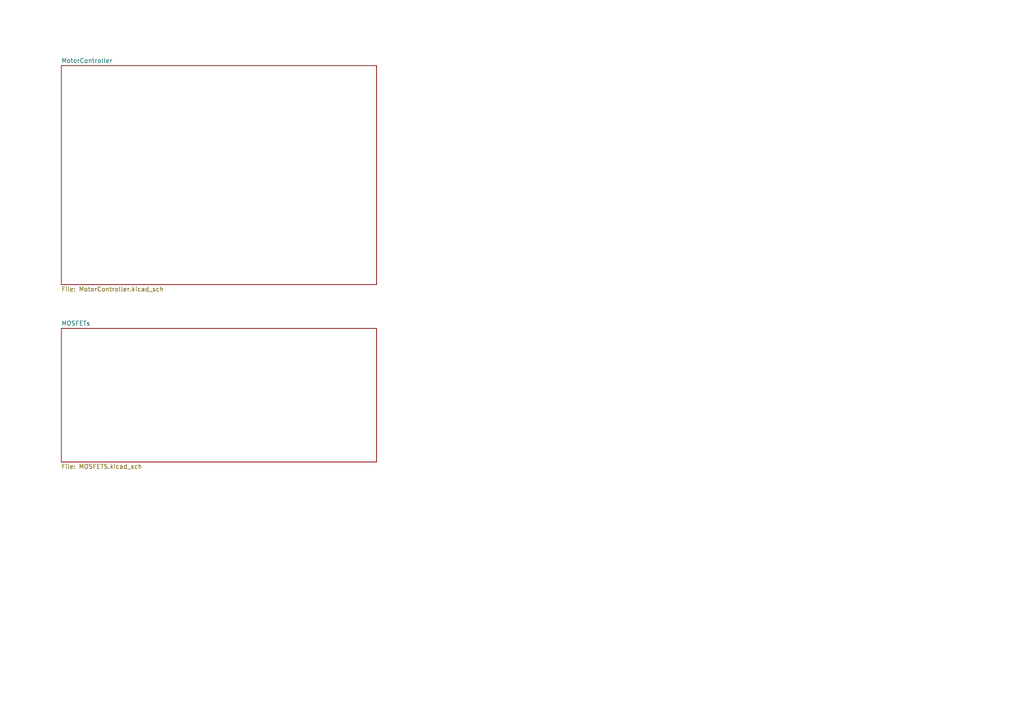
<source format=kicad_sch>
(kicad_sch
	(version 20250114)
	(generator "eeschema")
	(generator_version "9.0")
	(uuid "1792b489-33c7-4a8b-889a-34898bc81d1d")
	(paper "A4")
	(lib_symbols)
	(sheet
		(at 17.78 95.25)
		(size 91.44 38.735)
		(exclude_from_sim no)
		(in_bom yes)
		(on_board yes)
		(dnp no)
		(fields_autoplaced yes)
		(stroke
			(width 0.1524)
			(type solid)
		)
		(fill
			(color 0 0 0 0.0000)
		)
		(uuid "3e3da7a1-41f6-44fe-a6d7-ce222dc6bf55")
		(property "Sheetname" "MOSFETs"
			(at 17.78 94.5384 0)
			(effects
				(font
					(size 1.27 1.27)
				)
				(justify left bottom)
			)
		)
		(property "Sheetfile" "MOSFETS.kicad_sch"
			(at 17.78 134.5696 0)
			(effects
				(font
					(size 1.27 1.27)
				)
				(justify left top)
			)
		)
		(instances
			(project "60V ESC"
				(path "/1792b489-33c7-4a8b-889a-34898bc81d1d"
					(page "3")
				)
			)
		)
	)
	(sheet
		(at 17.78 19.05)
		(size 91.44 63.5)
		(exclude_from_sim no)
		(in_bom yes)
		(on_board yes)
		(dnp no)
		(fields_autoplaced yes)
		(stroke
			(width 0.1524)
			(type solid)
		)
		(fill
			(color 0 0 0 0.0000)
		)
		(uuid "6fc0c8f6-fd54-47cb-bd15-1fffd2b1024a")
		(property "Sheetname" "MotorController"
			(at 17.78 18.3384 0)
			(effects
				(font
					(size 1.27 1.27)
				)
				(justify left bottom)
			)
		)
		(property "Sheetfile" "MotorController.kicad_sch"
			(at 17.78 83.1346 0)
			(effects
				(font
					(size 1.27 1.27)
				)
				(justify left top)
			)
		)
		(instances
			(project "60V ESC"
				(path "/1792b489-33c7-4a8b-889a-34898bc81d1d"
					(page "2")
				)
			)
		)
	)
	(sheet_instances
		(path "/"
			(page "1")
		)
	)
	(embedded_fonts no)
)

</source>
